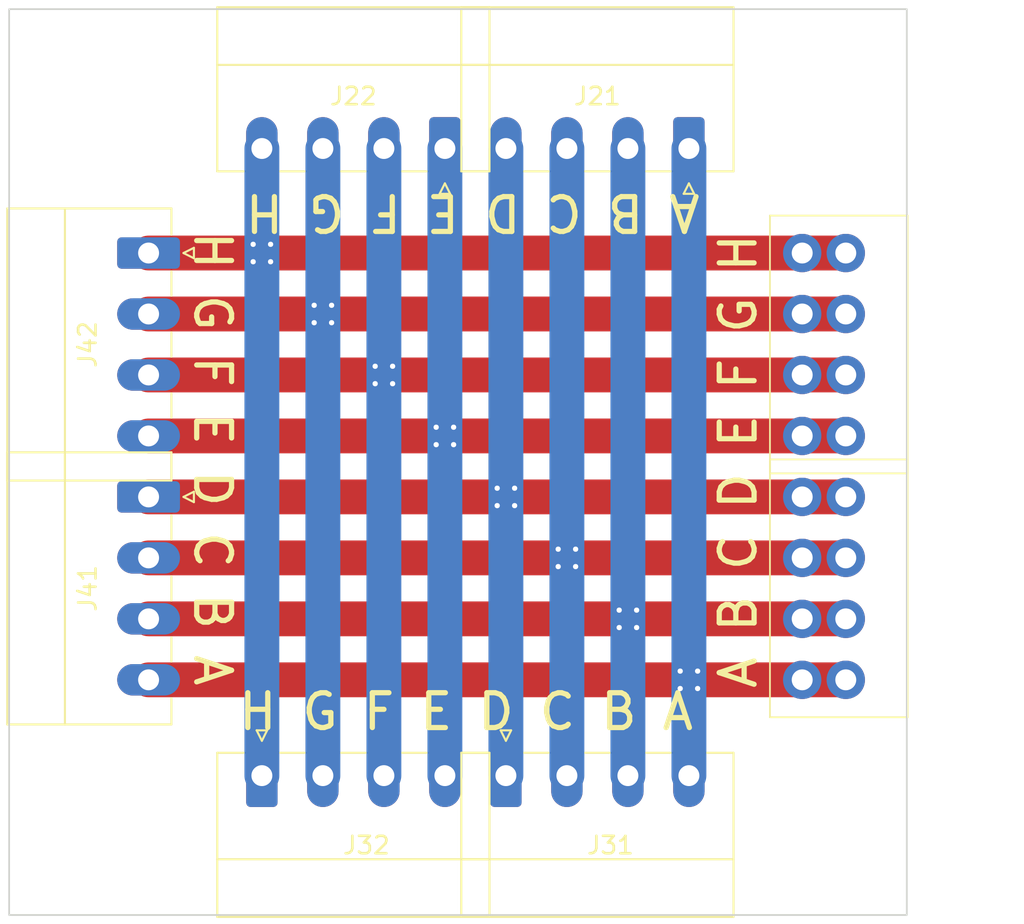
<source format=kicad_pcb>
(kicad_pcb (version 20240108) (generator "pcbnew") (generator_version "8.0")
  (layers (0 "F.Cu" signal) (31 "B.Cu" signal) (34 "B.Paste" user) (35 "F.Paste" user) (36 "B.SilkS" user "B.Silkscreen") (37 "F.SilkS" user "F.Silkscreen") (38 "B.Mask" user) (39 "F.Mask" user) (44 "Edge.Cuts" user))
  (net 0 "")
  (net 1 "Net-(J11-Pin_4)")
  (net 2 "Net-(J11-Pin_3)")
  (net 3 "Net-(J11-Pin_1)")
  (net 4 "Net-(J11-Pin_2)")
  (net 5 "Net-(J12-Pin_2)")
  (net 6 "Net-(J12-Pin_4)")
  (net 7 "Net-(J12-Pin_1)")
  (net 8 "Net-(J12-Pin_3)")
  (footprint "Connector_Phoenix_MC:PhoenixContact_MC_1,5_4-G-3.5_1x04_P3.50mm_Horizontal" (layer "F.Cu") (at 138.5 95 -90)
    (property "Reference" "J42" (at 5.25 3.5 90) (layer "F.SilkS"))
    (property "Value" "FEMALE")
    (fp_line (start -2.56 8.11) (end 13.06 8.11) (stroke (width 0.12)) (layer "F.SilkS"))
    (fp_line (start 13.06 8.11) (end 13.06 -1.31) (stroke (width 0.12)) (layer "F.SilkS"))
    (fp_line (start -2.56 4.8) (end 13.06 4.8) (stroke (width 0.12)) (layer "F.SilkS"))
    (fp_line (start -2.56 -1.31) (end -2.56 8.11) (stroke (width 0.12)) (layer "F.SilkS"))
    (fp_line (start -2.56 -1.31) (end -1.05 -1.31) (stroke (width 0.12)) (layer "F.SilkS"))
    (fp_line (start 1.05 -1.31) (end 2.45 -1.31) (stroke (width 0.12)) (layer "F.SilkS"))
    (fp_line (start 4.55 -1.31) (end 5.95 -1.31) (stroke (width 0.12)) (layer "F.SilkS"))
    (fp_line (start 8.05 -1.31) (end 9.45 -1.31) (stroke (width 0.12)) (layer "F.SilkS"))
    (fp_line (start 13.06 -1.31) (end 11.55 -1.31) (stroke (width 0.12)) (layer "F.SilkS"))
    (fp_line (start 0 -2) (end -0.3 -2.6) (stroke (width 0.12)) (layer "F.SilkS"))
    (fp_line (start -0.3 -2.6) (end 0.3 -2.6) (stroke (width 0.12)) (layer "F.SilkS"))
    (fp_line (start 0.3 -2.6) (end 0 -2) (stroke (width 0.12)) (layer "F.SilkS"))
    (pad "1" thru_hole roundrect (at 0 0 270) (size 1.8 3.6) (drill 1.2) (layers "*.Cu" "*.Mask") (roundrect_rratio 0.138889) (net 6 "Net-(J12-Pin_4)"))
    (pad "2" thru_hole oval (at 3.5 0 270) (size 1.8 3.6) (drill 1.2) (layers "*.Cu" "*.Mask") (net 8 "Net-(J12-Pin_3)"))
    (pad "3" thru_hole oval (at 7 0 270) (size 1.8 3.6) (drill 1.2) (layers "*.Cu" "*.Mask") (net 5 "Net-(J12-Pin_2)"))
    (pad "4" thru_hole oval (at 10.5 0 270) (size 1.8 3.6) (drill 1.2) (layers "*.Cu" "*.Mask") (net 7 "Net-(J12-Pin_1)"))
  )
  (footprint "MountingHole:MountingHole_3.2mm_M3" (layer "F.Cu") (at 135 128.5)
    (property "Reference" "REF**" (hide yes))
    (property "Value" "MountingHole_3.2mm_M3")
    (pad "" np_thru_hole circle (at 0 0) (size 3.2 3.2) (drill 3.2) (layers "F&B.Cu" "*.Mask"))
  )
  (footprint "Connector_Phoenix_MC:PhoenixContact_MC_1,5_4-G-3.5_1x04_P3.50mm_Horizontal" (layer "F.Cu") (at 169.5 89 180)
    (property "Reference" "J21" (at 5.25 3 180) (layer "F.SilkS"))
    (property "Value" "FEMALE")
    (fp_line (start 13.06 8.11) (end 13.06 -1.31) (stroke (width 0.12)) (layer "F.SilkS"))
    (fp_line (start 13.06 -1.31) (end 11.55 -1.31) (stroke (width 0.12)) (layer "F.SilkS"))
    (fp_line (start 8.05 -1.31) (end 9.45 -1.31) (stroke (width 0.12)) (layer "F.SilkS"))
    (fp_line (start 4.55 -1.31) (end 5.95 -1.31) (stroke (width 0.12)) (layer "F.SilkS"))
    (fp_line (start 1.05 -1.31) (end 2.45 -1.31) (stroke (width 0.12)) (layer "F.SilkS"))
    (fp_line (start 0.3 -2.6) (end 0 -2) (stroke (width 0.12)) (layer "F.SilkS"))
    (fp_line (start 0 -2) (end -0.3 -2.6) (stroke (width 0.12)) (layer "F.SilkS"))
    (fp_line (start -0.3 -2.6) (end 0.3 -2.6) (stroke (width 0.12)) (layer "F.SilkS"))
    (fp_line (start -2.56 8.11) (end 13.06 8.11) (stroke (width 0.12)) (layer "F.SilkS"))
    (fp_line (start -2.56 4.8) (end 13.06 4.8) (stroke (width 0.12)) (layer "F.SilkS"))
    (fp_line (start -2.56 -1.31) (end -1.05 -1.31) (stroke (width 0.12)) (layer "F.SilkS"))
    (fp_line (start -2.56 -1.31) (end -2.56 8.11) (stroke (width 0.12)) (layer "F.SilkS"))
    (pad "1" thru_hole roundrect (at 0 0 180) (size 1.8 3.6) (drill 1.2) (layers "*.Cu" "*.Mask") (roundrect_rratio 0.138889) (net 3 "Net-(J11-Pin_1)"))
    (pad "2" thru_hole oval (at 3.5 0 180) (size 1.8 3.6) (drill 1.2) (layers "*.Cu" "*.Mask") (net 4 "Net-(J11-Pin_2)"))
    (pad "3" thru_hole oval (at 7 0 180) (size 1.8 3.6) (drill 1.2) (layers "*.Cu" "*.Mask") (net 2 "Net-(J11-Pin_3)"))
    (pad "4" thru_hole oval (at 10.5 0 180) (size 1.8 3.6) (drill 1.2) (layers "*.Cu" "*.Mask") (net 1 "Net-(J11-Pin_4)"))
  )
  (footprint "Connector_Phoenix_MC:PhoenixContact_MC_1,5_4-G-3.5_1x04_P3.50mm_Horizontal" (layer "F.Cu") (at 159 125)
    (property "Reference" "J31" (at 6 4 0) (layer "F.SilkS"))
    (property "Value" "FEMALE")
    (fp_line (start -2.56 -1.31) (end -2.56 8.11) (stroke (width 0.12)) (layer "F.SilkS"))
    (fp_line (start -2.56 -1.31) (end -1.05 -1.31) (stroke (width 0.12)) (layer "F.SilkS"))
    (fp_line (start -2.56 4.8) (end 13.06 4.8) (stroke (width 0.12)) (layer "F.SilkS"))
    (fp_line (start -2.56 8.11) (end 13.06 8.11) (stroke (width 0.12)) (layer "F.SilkS"))
    (fp_line (start -0.3 -2.6) (end 0.3 -2.6) (stroke (width 0.12)) (layer "F.SilkS"))
    (fp_line (start 0 -2) (end -0.3 -2.6) (stroke (width 0.12)) (layer "F.SilkS"))
    (fp_line (start 0.3 -2.6) (end 0 -2) (stroke (width 0.12)) (layer "F.SilkS"))
    (fp_line (start 1.05 -1.31) (end 2.45 -1.31) (stroke (width 0.12)) (layer "F.SilkS"))
    (fp_line (start 4.55 -1.31) (end 5.95 -1.31) (stroke (width 0.12)) (layer "F.SilkS"))
    (fp_line (start 8.05 -1.31) (end 9.45 -1.31) (stroke (width 0.12)) (layer "F.SilkS"))
    (fp_line (start 13.06 -1.31) (end 11.55 -1.31) (stroke (width 0.12)) (layer "F.SilkS"))
    (fp_line (start 13.06 8.11) (end 13.06 -1.31) (stroke (width 0.12)) (layer "F.SilkS"))
    (pad "1" thru_hole roundrect (at 0 0) (size 1.8 3.6) (drill 1.2) (layers "*.Cu" "*.Mask") (roundrect_rratio 0.138889) (net 1 "Net-(J11-Pin_4)"))
    (pad "2" thru_hole oval (at 3.5 0) (size 1.8 3.6) (drill 1.2) (layers "*.Cu" "*.Mask") (net 2 "Net-(J11-Pin_3)"))
    (pad "3" thru_hole oval (at 7 0) (size 1.8 3.6) (drill 1.2) (layers "*.Cu" "*.Mask") (net 4 "Net-(J11-Pin_2)"))
    (pad "4" thru_hole oval (at 10.5 0) (size 1.8 3.6) (drill 1.2) (layers "*.Cu" "*.Mask") (net 3 "Net-(J11-Pin_1)"))
  )
  (footprint "Connector_Phoenix_MC:PhoenixContact_MC_1,5_4-G-3.5_1x04_P3.50mm_Horizontal" (layer "F.Cu") (at 145 125)
    (property "Reference" "J32" (at 6 4 0) (layer "F.SilkS"))
    (property "Value" "FEMALE")
    (fp_line (start -2.56 -1.31) (end -2.56 8.11) (stroke (width 0.12)) (layer "F.SilkS"))
    (fp_line (start -2.56 -1.31) (end -1.05 -1.31) (stroke (width 0.12)) (layer "F.SilkS"))
    (fp_line (start -2.56 4.8) (end 13.06 4.8) (stroke (width 0.12)) (layer "F.SilkS"))
    (fp_line (start -2.56 8.11) (end 13.06 8.11) (stroke (width 0.12)) (layer "F.SilkS"))
    (fp_line (start -0.3 -2.6) (end 0.3 -2.6) (stroke (width 0.12)) (layer "F.SilkS"))
    (fp_line (start 0 -2) (end -0.3 -2.6) (stroke (width 0.12)) (layer "F.SilkS"))
    (fp_line (start 0.3 -2.6) (end 0 -2) (stroke (width 0.12)) (layer "F.SilkS"))
    (fp_line (start 1.05 -1.31) (end 2.45 -1.31) (stroke (width 0.12)) (layer "F.SilkS"))
    (fp_line (start 4.55 -1.31) (end 5.95 -1.31) (stroke (width 0.12)) (layer "F.SilkS"))
    (fp_line (start 8.05 -1.31) (end 9.45 -1.31) (stroke (width 0.12)) (layer "F.SilkS"))
    (fp_line (start 13.06 -1.31) (end 11.55 -1.31) (stroke (width 0.12)) (layer "F.SilkS"))
    (fp_line (start 13.06 8.11) (end 13.06 -1.31) (stroke (width 0.12)) (layer "F.SilkS"))
    (pad "1" thru_hole roundrect (at 0 0) (size 1.8 3.6) (drill 1.2) (layers "*.Cu" "*.Mask") (roundrect_rratio 0.138889) (net 6 "Net-(J12-Pin_4)"))
    (pad "2" thru_hole oval (at 3.5 0) (size 1.8 3.6) (drill 1.2) (layers "*.Cu" "*.Mask") (net 8 "Net-(J12-Pin_3)"))
    (pad "3" thru_hole oval (at 7 0) (size 1.8 3.6) (drill 1.2) (layers "*.Cu" "*.Mask") (net 5 "Net-(J12-Pin_2)"))
    (pad "4" thru_hole oval (at 10.5 0) (size 1.8 3.6) (drill 1.2) (layers "*.Cu" "*.Mask") (net 7 "Net-(J12-Pin_1)"))
  )
  (footprint "MountingHole:MountingHole_3.2mm_M3" (layer "F.Cu") (at 177.5 85.5)
    (property "Reference" "REF**" (hide yes))
    (property "Value" "MountingHole_3.2mm_M3")
    (pad "" np_thru_hole circle (at 0 0) (size 3.2 3.2) (drill 3.2) (layers "F&B.Cu" "*.Mask"))
  )
  (footprint "custom_kicad_lib_sk:connector_3.50mm_4P horizontal_MALE" (layer "F.Cu") (at 176 114.25 90)
    (property "Reference" "J11" (hide yes))
    (property "Value" "MALE" (hide yes))
    (fp_line (start 7.4 -1.85) (end 7.4 6.05) (stroke (width 0.1)) (layer "F.SilkS"))
    (fp_line (start -7.4 -1.85) (end 7.4 -1.85) (stroke (width 0.1)) (layer "F.SilkS"))
    (fp_line (start -7.4 -1.85) (end -7.4 6.05) (stroke (width 0.1)) (layer "F.SilkS"))
    (fp_line (start 7.4 6.05) (end -7.4 6.05) (stroke (width 0.1)) (layer "F.SilkS"))
    (pad "1" thru_hole circle (at -5.25 0 90) (size 2.2 2.2) (drill 1.2) (layers "*.Cu" "*.Mask") (net 3 "Net-(J11-Pin_1)"))
    (pad "1" thru_hole circle (at -5.25 2.5 90) (size 2.2 2.2) (drill 1.2) (layers "*.Cu" "*.Mask") (net 3 "Net-(J11-Pin_1)"))
    (pad "2" thru_hole circle (at -1.75 0 90) (size 2.2 2.2) (drill 1.2) (layers "*.Cu" "*.Mask") (net 4 "Net-(J11-Pin_2)"))
    (pad "2" thru_hole circle (at -1.75 2.5 90) (size 2.2 2.2) (drill 1.2) (layers "*.Cu" "*.Mask") (net 4 "Net-(J11-Pin_2)"))
    (pad "3" thru_hole circle (at 1.75 0 90) (size 2.2 2.2) (drill 1.2) (layers "*.Cu" "*.Mask") (net 2 "Net-(J11-Pin_3)"))
    (pad "3" thru_hole circle (at 1.75 2.5 90) (size 2.2 2.2) (drill 1.2) (layers "*.Cu" "*.Mask") (net 2 "Net-(J11-Pin_3)"))
    (pad "4" thru_hole circle (at 5.25 0 90) (size 2.2 2.2) (drill 1.2) (layers "*.Cu" "*.Mask") (net 1 "Net-(J11-Pin_4)"))
    (pad "4" thru_hole circle (at 5.25 2.5 90) (size 2.2 2.2) (drill 1.2) (layers "*.Cu" "*.Mask") (net 1 "Net-(J11-Pin_4)"))
  )
  (footprint "MountingHole:MountingHole_3.2mm_M3" (layer "F.Cu") (at 135 85.5)
    (property "Reference" "REF**" (hide yes))
    (property "Value" "MountingHole_3.2mm_M3")
    (pad "" np_thru_hole circle (at 0 0) (size 3.2 3.2) (drill 3.2) (layers "F&B.Cu" "*.Mask"))
  )
  (footprint "Connector_Phoenix_MC:PhoenixContact_MC_1,5_4-G-3.5_1x04_P3.50mm_Horizontal" (layer "F.Cu") (at 155.5 89 180)
    (property "Reference" "J22" (at 5.25 3 180) (layer "F.SilkS"))
    (property "Value" "FEMALE")
    (fp_line (start 13.06 8.11) (end 13.06 -1.31) (stroke (width 0.12)) (layer "F.SilkS"))
    (fp_line (start 13.06 -1.31) (end 11.55 -1.31) (stroke (width 0.12)) (layer "F.SilkS"))
    (fp_line (start 8.05 -1.31) (end 9.45 -1.31) (stroke (width 0.12)) (layer "F.SilkS"))
    (fp_line (start 4.55 -1.31) (end 5.95 -1.31) (stroke (width 0.12)) (layer "F.SilkS"))
    (fp_line (start 1.05 -1.31) (end 2.45 -1.31) (stroke (width 0.12)) (layer "F.SilkS"))
    (fp_line (start 0.3 -2.6) (end 0 -2) (stroke (width 0.12)) (layer "F.SilkS"))
    (fp_line (start 0 -2) (end -0.3 -2.6) (stroke (width 0.12)) (layer "F.SilkS"))
    (fp_line (start -0.3 -2.6) (end 0.3 -2.6) (stroke (width 0.12)) (layer "F.SilkS"))
    (fp_line (start -2.56 8.11) (end 13.06 8.11) (stroke (width 0.12)) (layer "F.SilkS"))
    (fp_line (start -2.56 4.8) (end 13.06 4.8) (stroke (width 0.12)) (layer "F.SilkS"))
    (fp_line (start -2.56 -1.31) (end -1.05 -1.31) (stroke (width 0.12)) (layer "F.SilkS"))
    (fp_line (start -2.56 -1.31) (end -2.56 8.11) (stroke (width 0.12)) (layer "F.SilkS"))
    (pad "1" thru_hole roundrect (at 0 0 180) (size 1.8 3.6) (drill 1.2) (layers "*.Cu" "*.Mask") (roundrect_rratio 0.138889) (net 7 "Net-(J12-Pin_1)"))
    (pad "2" thru_hole oval (at 3.5 0 180) (size 1.8 3.6) (drill 1.2) (layers "*.Cu" "*.Mask") (net 5 "Net-(J12-Pin_2)"))
    (pad "3" thru_hole oval (at 7 0 180) (size 1.8 3.6) (drill 1.2) (layers "*.Cu" "*.Mask") (net 8 "Net-(J12-Pin_3)"))
    (pad "4" thru_hole oval (at 10.5 0 180) (size 1.8 3.6) (drill 1.2) (layers "*.Cu" "*.Mask") (net 6 "Net-(J12-Pin_4)"))
  )
  (footprint "custom_kicad_lib_sk:connector_3.50mm_4P horizontal_MALE" (layer "F.Cu") (at 176 100.25 90)
    (property "Reference" "J12" (hide yes))
    (property "Value" "MALE" (hide yes))
    (fp_line (start 7.4 -1.85) (end 7.4 6.05) (stroke (width 0.1)) (layer "F.SilkS"))
    (fp_line (start -7.4 -1.85) (end 7.4 -1.85) (stroke (width 0.1)) (layer "F.SilkS"))
    (fp_line (start -7.4 -1.85) (end -7.4 6.05) (stroke (width 0.1)) (layer "F.SilkS"))
    (fp_line (start 7.4 6.05) (end -7.4 6.05) (stroke (width 0.1)) (layer "F.SilkS"))
    (pad "1" thru_hole circle (at -5.25 0 90) (size 2.2 2.2) (drill 1.2) (layers "*.Cu" "*.Mask") (net 7 "Net-(J12-Pin_1)"))
    (pad "1" thru_hole circle (at -5.25 2.5 90) (size 2.2 2.2) (drill 1.2) (layers "*.Cu" "*.Mask") (net 7 "Net-(J12-Pin_1)"))
    (pad "2" thru_hole circle (at -1.75 0 90) (size 2.2 2.2) (drill 1.2) (layers "*.Cu" "*.Mask") (net 5 "Net-(J12-Pin_2)"))
    (pad "2" thru_hole circle (at -1.75 2.5 90) (size 2.2 2.2) (drill 1.2) (layers "*.Cu" "*.Mask") (net 5 "Net-(J12-Pin_2)"))
    (pad "3" thru_hole circle (at 1.75 0 90) (size 2.2 2.2) (drill 1.2) (layers "*.Cu" "*.Mask") (net 8 "Net-(J12-Pin_3)"))
    (pad "3" thru_hole circle (at 1.75 2.5 90) (size 2.2 2.2) (drill 1.2) (layers "*.Cu" "*.Mask") (net 8 "Net-(J12-Pin_3)"))
    (pad "4" thru_hole circle (at 5.25 0 90) (size 2.2 2.2) (drill 1.2) (layers "*.Cu" "*.Mask") (net 6 "Net-(J12-Pin_4)"))
    (pad "4" thru_hole circle (at 5.25 2.5 90) (size 2.2 2.2) (drill 1.2) (layers "*.Cu" "*.Mask") (net 6 "Net-(J12-Pin_4)"))
  )
  (footprint "Connector_Phoenix_MC:PhoenixContact_MC_1,5_4-G-3.5_1x04_P3.50mm_Horizontal" (layer "F.Cu") (at 138.5 109 -90)
    (property "Reference" "J41" (at 5.25 3.5 90) (layer "F.SilkS"))
    (property "Value" "FEMALE")
    (fp_line (start -2.56 8.11) (end 13.06 8.11) (stroke (width 0.12)) (layer "F.SilkS"))
    (fp_line (start 13.06 8.11) (end 13.06 -1.31) (stroke (width 0.12)) (layer "F.SilkS"))
    (fp_line (start -2.56 4.8) (end 13.06 4.8) (stroke (width 0.12)) (layer "F.SilkS"))
    (fp_line (start -2.56 -1.31) (end -2.56 8.11) (stroke (width 0.12)) (layer "F.SilkS"))
    (fp_line (start -2.56 -1.31) (end -1.05 -1.31) (stroke (width 0.12)) (layer "F.SilkS"))
    (fp_line (start 1.05 -1.31) (end 2.45 -1.31) (stroke (width 0.12)) (layer "F.SilkS"))
    (fp_line (start 4.55 -1.31) (end 5.95 -1.31) (stroke (width 0.12)) (layer "F.SilkS"))
    (fp_line (start 8.05 -1.31) (end 9.45 -1.31) (stroke (width 0.12)) (layer "F.SilkS"))
    (fp_line (start 13.06 -1.31) (end 11.55 -1.31) (stroke (width 0.12)) (layer "F.SilkS"))
    (fp_line (start 0 -2) (end -0.3 -2.6) (stroke (width 0.12)) (layer "F.SilkS"))
    (fp_line (start -0.3 -2.6) (end 0.3 -2.6) (stroke (width 0.12)) (layer "F.SilkS"))
    (fp_line (start 0.3 -2.6) (end 0 -2) (stroke (width 0.12)) (layer "F.SilkS"))
    (pad "1" thru_hole roundrect (at 0 0 270) (size 1.8 3.6) (drill 1.2) (layers "*.Cu" "*.Mask") (roundrect_rratio 0.138889) (net 1 "Net-(J11-Pin_4)"))
    (pad "2" thru_hole oval (at 3.5 0 270) (size 1.8 3.6) (drill 1.2) (layers "*.Cu" "*.Mask") (net 2 "Net-(J11-Pin_3)"))
    (pad "3" thru_hole oval (at 7 0 270) (size 1.8 3.6) (drill 1.2) (layers "*.Cu" "*.Mask") (net 4 "Net-(J11-Pin_2)"))
    (pad "4" thru_hole oval (at 10.5 0 270) (size 1.8 3.6) (drill 1.2) (layers "*.Cu" "*.Mask") (net 3 "Net-(J11-Pin_1)"))
  )
  (footprint "MountingHole:MountingHole_3.2mm_M3" (layer "F.Cu") (at 177.5 128.5)
    (property "Reference" "REF**" (hide yes))
    (property "Value" "MountingHole_3.2mm_M3")
    (pad "" np_thru_hole circle (at 0 0) (size 3.2 3.2) (drill 3.2) (layers "*.Cu" "*.Mask"))
  )
  (gr_rect (start 130.5 81) (end 182 133) (stroke (width 0.1)) (fill none) (layer "Edge.Cuts"))
  (gr_text "A B C D E F G H" (at 157.099 91.5 180) (layer "F.SilkS") (effects (font (size 2 2) (thickness 0.3)) (justify bottom)))
  (gr_text "A B C D E F G H" (at 173.5 120.142 90) (layer "F.SilkS") (effects (font (size 2 2) (thickness 0.3)) (justify left bottom)))
  (gr_text "H G F E D C B A" (at 141 106.807 270) (layer "F.SilkS") (effects (font (size 2 2) (thickness 0.3)) (justify bottom)))
  (gr_text "H G F E D C B A" (at 156.718 122.5 0) (layer "F.SilkS") (effects (font (size 2 2) (thickness 0.3)) (justify bottom)))
  (segment (start 138.5 109) (end 178.5 109) (width 2) (layer "F.Cu") (net 1))
  (via (at 158.5 108.5) (size 0.5) (drill 0.3) (layers "F.Cu" "B.Cu") (net 1))
  (via (at 159.5 109.5) (size 0.5) (drill 0.3) (layers "F.Cu" "B.Cu") (net 1))
  (via (at 158.5 109.5) (size 0.5) (drill 0.3) (layers "F.Cu" "B.Cu") (net 1))
  (via (at 159.5 108.5) (size 0.5) (drill 0.3) (layers "F.Cu" "B.Cu") (net 1))
  (segment (start 159 89) (end 159 125) (width 2) (layer "B.Cu") (net 1))
  (segment (start 178.5 112.5) (end 138.5 112.5) (width 2) (layer "F.Cu") (net 2))
  (via (at 162 113) (size 0.5) (drill 0.3) (layers "F.Cu" "B.Cu") (net 2))
  (via (at 163 112) (size 0.5) (drill 0.3) (layers "F.Cu" "B.Cu") (net 2))
  (via (at 163 113) (size 0.5) (drill 0.3) (layers "F.Cu" "B.Cu") (net 2))
  (via (at 162 112) (size 0.5) (drill 0.3) (layers "F.Cu" "B.Cu") (net 2))
  (segment (start 162.5 125) (end 162.5 89) (width 2) (layer "B.Cu") (net 2))
  (segment (start 178.5 119.5) (end 138.5 119.5) (width 2) (layer "F.Cu") (net 3))
  (via (at 170 119) (size 0.5) (drill 0.3) (layers "F.Cu" "B.Cu") (net 3))
  (via (at 169 119) (size 0.5) (drill 0.3) (layers "F.Cu" "B.Cu") (net 3))
  (via (at 169 120) (size 0.5) (drill 0.3) (layers "F.Cu" "B.Cu") (net 3))
  (via (at 170 120) (size 0.5) (drill 0.3) (layers "F.Cu" "B.Cu") (net 3))
  (segment (start 169.5 125) (end 169.5 89) (width 2) (layer "B.Cu") (net 3))
  (segment (start 138.5 116) (end 178.5 116) (width 2) (layer "F.Cu") (net 4))
  (via (at 165.5 116.5) (size 0.5) (drill 0.3) (layers "F.Cu" "B.Cu") (net 4))
  (via (at 166.5 115.5) (size 0.5) (drill 0.3) (layers "F.Cu" "B.Cu") (net 4))
  (via (at 165.5 115.5) (size 0.5) (drill 0.3) (layers "F.Cu" "B.Cu") (net 4))
  (via (at 166.5 116.5) (size 0.5) (drill 0.3) (layers "F.Cu" "B.Cu") (net 4))
  (segment (start 166 89) (end 166 125) (width 2) (layer "B.Cu") (net 4))
  (segment (start 138.5 102) (end 178.5 102) (width 2) (layer "F.Cu") (net 5))
  (via (at 151.5 102.5) (size 0.5) (drill 0.3) (layers "F.Cu" "B.Cu") (net 5))
  (via (at 151.5 101.5) (size 0.5) (drill 0.3) (layers "F.Cu" "B.Cu") (net 5))
  (via (at 152.5 101.5) (size 0.5) (drill 0.3) (layers "F.Cu" "B.Cu") (net 5))
  (via (at 152.5 102.5) (size 0.5) (drill 0.3) (layers "F.Cu" "B.Cu") (net 5))
  (segment (start 152 89) (end 152 125) (width 2) (layer "B.Cu") (net 5))
  (segment (start 178.5 95) (end 176 95) (width 2) (layer "F.Cu") (net 6))
  (segment (start 138.5 95) (end 176 95) (width 2) (layer "F.Cu") (net 6))
  (via (at 145.5 94.5) (size 0.5) (drill 0.3) (layers "F.Cu" "B.Cu") (net 6))
  (via (at 144.5 95.5) (size 0.5) (drill 0.3) (layers "F.Cu" "B.Cu") (net 6))
  (via (at 144.5 94.5) (size 0.5) (drill 0.3) (layers "F.Cu" "B.Cu") (net 6))
  (via (at 145.5 95.5) (size 0.5) (drill 0.3) (layers "F.Cu" "B.Cu") (net 6))
  (segment (start 145 89) (end 145 125) (width 2) (layer "B.Cu") (net 6))
  (segment (start 178.5 105.5) (end 138.5 105.5) (width 2) (layer "F.Cu") (net 7))
  (via (at 156 106) (size 0.5) (drill 0.3) (layers "F.Cu" "B.Cu") (net 7))
  (via (at 155 106) (size 0.5) (drill 0.3) (layers "F.Cu" "B.Cu") (net 7))
  (via (at 156 105) (size 0.5) (drill 0.3) (layers "F.Cu" "B.Cu") (net 7))
  (via (at 155 105) (size 0.5) (drill 0.3) (layers "F.Cu" "B.Cu") (net 7))
  (segment (start 155.5 125) (end 155.5 89) (width 2) (layer "B.Cu") (net 7))
  (segment (start 138.5 98.5) (end 178.5 98.5) (width 2) (layer "F.Cu") (net 8))
  (via (at 148 98) (size 0.5) (drill 0.3) (layers "F.Cu" "B.Cu") (net 8))
  (via (at 148 99) (size 0.5) (drill 0.3) (layers "F.Cu" "B.Cu") (net 8))
  (via (at 149 98) (size 0.5) (drill 0.3) (layers "F.Cu" "B.Cu") (net 8))
  (via (at 149 99) (size 0.5) (drill 0.3) (layers "F.Cu" "B.Cu") (net 8))
  (segment (start 148.5 125) (end 148.5 89) (width 2) (layer "B.Cu") (net 8))
)
</source>
